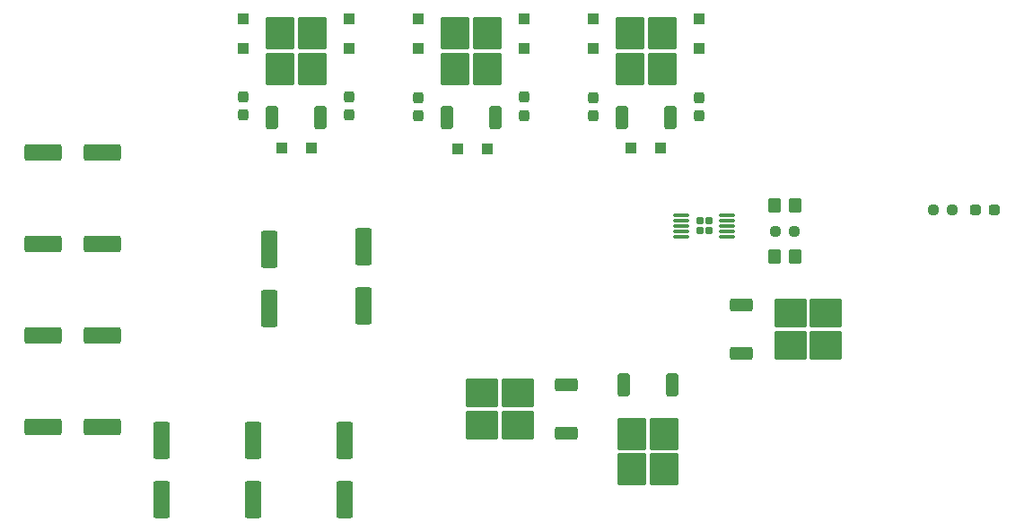
<source format=gbr>
%TF.GenerationSoftware,KiCad,Pcbnew,7.0.1-0*%
%TF.CreationDate,2023-05-25T18:05:17+09:00*%
%TF.ProjectId,Transformation,5472616e-7366-46f7-926d-6174696f6e2e,rev?*%
%TF.SameCoordinates,Original*%
%TF.FileFunction,Paste,Top*%
%TF.FilePolarity,Positive*%
%FSLAX46Y46*%
G04 Gerber Fmt 4.6, Leading zero omitted, Abs format (unit mm)*
G04 Created by KiCad (PCBNEW 7.0.1-0) date 2023-05-25 18:05:17*
%MOMM*%
%LPD*%
G01*
G04 APERTURE LIST*
G04 Aperture macros list*
%AMRoundRect*
0 Rectangle with rounded corners*
0 $1 Rounding radius*
0 $2 $3 $4 $5 $6 $7 $8 $9 X,Y pos of 4 corners*
0 Add a 4 corners polygon primitive as box body*
4,1,4,$2,$3,$4,$5,$6,$7,$8,$9,$2,$3,0*
0 Add four circle primitives for the rounded corners*
1,1,$1+$1,$2,$3*
1,1,$1+$1,$4,$5*
1,1,$1+$1,$6,$7*
1,1,$1+$1,$8,$9*
0 Add four rect primitives between the rounded corners*
20,1,$1+$1,$2,$3,$4,$5,0*
20,1,$1+$1,$4,$5,$6,$7,0*
20,1,$1+$1,$6,$7,$8,$9,0*
20,1,$1+$1,$8,$9,$2,$3,0*%
G04 Aperture macros list end*
%ADD10RoundRect,0.170000X0.170000X0.210000X-0.170000X0.210000X-0.170000X-0.210000X0.170000X-0.210000X0*%
%ADD11RoundRect,0.075000X0.650000X0.075000X-0.650000X0.075000X-0.650000X-0.075000X0.650000X-0.075000X0*%
%ADD12RoundRect,0.250000X-0.350000X0.850000X-0.350000X-0.850000X0.350000X-0.850000X0.350000X0.850000X0*%
%ADD13RoundRect,0.250000X-1.125000X1.275000X-1.125000X-1.275000X1.125000X-1.275000X1.125000X1.275000X0*%
%ADD14RoundRect,0.237500X0.287500X0.237500X-0.287500X0.237500X-0.287500X-0.237500X0.287500X-0.237500X0*%
%ADD15RoundRect,0.250000X-0.850000X-0.350000X0.850000X-0.350000X0.850000X0.350000X-0.850000X0.350000X0*%
%ADD16RoundRect,0.250000X-1.275000X-1.125000X1.275000X-1.125000X1.275000X1.125000X-1.275000X1.125000X0*%
%ADD17RoundRect,0.250000X1.500000X0.550000X-1.500000X0.550000X-1.500000X-0.550000X1.500000X-0.550000X0*%
%ADD18RoundRect,0.250000X0.350000X-0.850000X0.350000X0.850000X-0.350000X0.850000X-0.350000X-0.850000X0*%
%ADD19RoundRect,0.250000X1.125000X-1.275000X1.125000X1.275000X-1.125000X1.275000X-1.125000X-1.275000X0*%
%ADD20RoundRect,0.250000X-0.550000X1.500000X-0.550000X-1.500000X0.550000X-1.500000X0.550000X1.500000X0*%
%ADD21RoundRect,0.250000X0.850000X0.350000X-0.850000X0.350000X-0.850000X-0.350000X0.850000X-0.350000X0*%
%ADD22RoundRect,0.250000X1.275000X1.125000X-1.275000X1.125000X-1.275000X-1.125000X1.275000X-1.125000X0*%
%ADD23RoundRect,0.237500X-0.250000X-0.237500X0.250000X-0.237500X0.250000X0.237500X-0.250000X0.237500X0*%
%ADD24RoundRect,0.250000X0.300000X-0.300000X0.300000X0.300000X-0.300000X0.300000X-0.300000X-0.300000X0*%
%ADD25RoundRect,0.237500X0.237500X-0.300000X0.237500X0.300000X-0.237500X0.300000X-0.237500X-0.300000X0*%
%ADD26RoundRect,0.237500X0.250000X0.237500X-0.250000X0.237500X-0.250000X-0.237500X0.250000X-0.237500X0*%
%ADD27RoundRect,0.250000X-0.300000X0.300000X-0.300000X-0.300000X0.300000X-0.300000X0.300000X0.300000X0*%
%ADD28RoundRect,0.250000X0.550000X-1.500000X0.550000X1.500000X-0.550000X1.500000X-0.550000X-1.500000X0*%
%ADD29RoundRect,0.250000X-0.300000X-0.300000X0.300000X-0.300000X0.300000X0.300000X-0.300000X0.300000X0*%
%ADD30RoundRect,0.250000X0.350000X0.450000X-0.350000X0.450000X-0.350000X-0.450000X0.350000X-0.450000X0*%
%ADD31RoundRect,0.250000X-0.350000X-0.450000X0.350000X-0.450000X0.350000X0.450000X-0.350000X0.450000X0*%
G04 APERTURE END LIST*
D10*
%TO.C,U4*%
X168020492Y-97919344D03*
X167180492Y-96979344D03*
X168020492Y-96979344D03*
X167180492Y-97919344D03*
D11*
X169750492Y-98449344D03*
X169750492Y-97949344D03*
X169750492Y-97449344D03*
X169750492Y-96949344D03*
X169750492Y-96449344D03*
X165450492Y-96449344D03*
X165450492Y-96949344D03*
X165450492Y-97449344D03*
X165450492Y-97949344D03*
X165450492Y-98449344D03*
%TD*%
D12*
%TO.C,Q2*%
X164600492Y-112449344D03*
D13*
X163845492Y-117074344D03*
X160795492Y-117074344D03*
X163845492Y-120424344D03*
X160795492Y-120424344D03*
D12*
X160040492Y-112449344D03*
%TD*%
D14*
%TO.C,D10*%
X194975492Y-95949344D03*
X193225492Y-95949344D03*
%TD*%
D15*
%TO.C,Q1*%
X171100492Y-104949344D03*
D16*
X175725492Y-105704344D03*
X175725492Y-108754344D03*
X179075492Y-105704344D03*
X179075492Y-108754344D03*
D15*
X171100492Y-109509344D03*
%TD*%
D17*
%TO.C,C14*%
X110808492Y-116443344D03*
X105208492Y-116443344D03*
%TD*%
D18*
%TO.C,U3*%
X159820492Y-87259344D03*
D19*
X160575492Y-82634344D03*
X163625492Y-82634344D03*
X160575492Y-79284344D03*
X163625492Y-79284344D03*
D18*
X164380492Y-87259344D03*
%TD*%
D20*
%TO.C,C8*%
X125026492Y-117707344D03*
X125026492Y-123307344D03*
%TD*%
D18*
%TO.C,U1*%
X126795492Y-87259344D03*
D19*
X127550492Y-82634344D03*
X130600492Y-82634344D03*
X127550492Y-79284344D03*
X130600492Y-79284344D03*
D18*
X131355492Y-87259344D03*
%TD*%
D21*
%TO.C,Q3*%
X154600492Y-117009344D03*
D22*
X149975492Y-116254344D03*
X149975492Y-113204344D03*
X146625492Y-116254344D03*
X146625492Y-113204344D03*
D21*
X154600492Y-112449344D03*
%TD*%
D23*
%TO.C,R3*%
X189187992Y-95949344D03*
X191012992Y-95949344D03*
%TD*%
D20*
%TO.C,C15*%
X116390492Y-117707344D03*
X116390492Y-123307344D03*
%TD*%
%TO.C,C7*%
X133662492Y-117707344D03*
X133662492Y-123307344D03*
%TD*%
D24*
%TO.C,D2*%
X124100492Y-80674344D03*
X124100492Y-77874344D03*
%TD*%
D25*
%TO.C,C6*%
X150600492Y-87034344D03*
X150600492Y-85309344D03*
%TD*%
D24*
%TO.C,D5*%
X140600492Y-80674344D03*
X140600492Y-77874344D03*
%TD*%
D26*
%TO.C,R4*%
X176100492Y-97949344D03*
X174275492Y-97949344D03*
%TD*%
D17*
%TO.C,C1*%
X110808492Y-90535344D03*
X105208492Y-90535344D03*
%TD*%
D27*
%TO.C,D4*%
X150600492Y-77874344D03*
X150600492Y-80674344D03*
%TD*%
D24*
%TO.C,D3*%
X157100492Y-80674344D03*
X157100492Y-77874344D03*
%TD*%
D27*
%TO.C,D1*%
X134100492Y-77874344D03*
X134100492Y-80674344D03*
%TD*%
D17*
%TO.C,C11*%
X110808492Y-107807344D03*
X105208492Y-107807344D03*
%TD*%
D25*
%TO.C,C9*%
X167100492Y-87044344D03*
X167100492Y-85319344D03*
%TD*%
D27*
%TO.C,D6*%
X167100492Y-77874344D03*
X167100492Y-80674344D03*
%TD*%
D28*
%TO.C,C13*%
X126550492Y-105273344D03*
X126550492Y-99673344D03*
%TD*%
D25*
%TO.C,C3*%
X124100492Y-86959344D03*
X124100492Y-85234344D03*
%TD*%
%TO.C,C2*%
X134100492Y-86996844D03*
X134100492Y-85271844D03*
%TD*%
%TO.C,C5*%
X140600492Y-87071844D03*
X140600492Y-85346844D03*
%TD*%
D29*
%TO.C,D7*%
X127700492Y-90134344D03*
X130500492Y-90134344D03*
%TD*%
D25*
%TO.C,C4*%
X157100492Y-87044344D03*
X157100492Y-85319344D03*
%TD*%
D18*
%TO.C,U2*%
X143320492Y-87249344D03*
D19*
X144075492Y-82624344D03*
X147125492Y-82624344D03*
X144075492Y-79274344D03*
X147125492Y-79274344D03*
D18*
X147880492Y-87249344D03*
%TD*%
D29*
%TO.C,D8*%
X144300492Y-90209344D03*
X147100492Y-90209344D03*
%TD*%
D28*
%TO.C,C12*%
X135440492Y-105019344D03*
X135440492Y-99419344D03*
%TD*%
D30*
%TO.C,R1*%
X176187992Y-100314344D03*
X174187992Y-100314344D03*
%TD*%
D29*
%TO.C,D9*%
X160700492Y-90059344D03*
X163500492Y-90059344D03*
%TD*%
D31*
%TO.C,R2*%
X174187992Y-95488344D03*
X176187992Y-95488344D03*
%TD*%
D17*
%TO.C,C10*%
X110808492Y-99171344D03*
X105208492Y-99171344D03*
%TD*%
M02*

</source>
